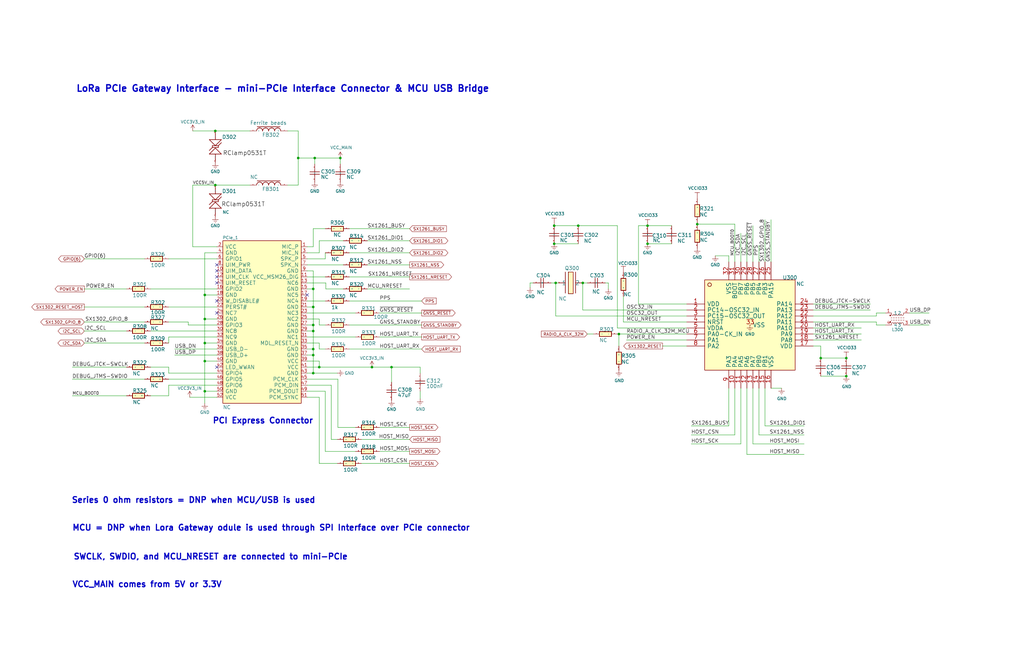
<source format=kicad_sch>
(kicad_sch (version 20230121) (generator eeschema)
  (paper "B")
  (title_block (title "LoRa PCIe Gateway Interface") (date "2021-04-13") (rev "1.1") (company "Nebra Ltd") (comment 1 "mini-PCIe Interface Connector & MCU USB Bridge"))
  (junction (at 86.36 165.1))
  (junction (at 273.05 95.25))
  (junction (at 356.87 151.13))
  (junction (at 132.08 157.48))
  (junction (at 243.84 95.25))
  (junction (at 132.08 121.92))
  (junction (at 132.715 66.675))
  (junction (at 233.68 102.87))
  (junction (at 86.36 124.46))
  (junction (at 294.005 94.615))
  (junction (at 90.805 55.245))
  (junction (at 132.08 137.16))
  (junction (at 245.745 119.38))
  (junction (at 125.73 66.675))
  (junction (at 260.985 140.97))
  (junction (at 132.08 139.7))
  (junction (at 86.36 134.62))
  (junction (at 132.08 129.54))
  (junction (at 132.08 147.32))
  (junction (at 165.1 154.94))
  (junction (at 86.36 144.78))
  (junction (at 234.315 119.38))
  (junction (at 356.87 158.75))
  (junction (at 156.845 154.94))
  (junction (at 90.805 78.105))
  (junction (at 233.68 95.25))
  (junction (at 346.075 151.13))
  (junction (at 143.51 66.675))
  (junction (at 86.36 152.4))
  (junction (at 134.62 154.94))
  (junction (at 273.05 102.87))
  (junction (at 132.08 149.86))
  (no_connect (at 91.44 119.38))
  (no_connect (at 91.44 116.84))
  (no_connect (at 91.44 111.76))
  (no_connect (at 91.44 132.08))
  (no_connect (at 91.44 127))
  (no_connect (at 129.54 124.46))
  (no_connect (at 91.44 114.3))
  (no_connect (at 91.44 154.94))
  (wire (pts (xy 129.54 106.68) (xy 134.62 106.68)))
  (wire (pts (xy 142.24 157.48) (xy 132.08 157.48)))
  (wire (pts (xy 255.27 119.38) (xy 256.54 119.38)))
  (wire (pts (xy 233.68 94.615) (xy 233.68 95.25)))
  (wire (pts (xy 149.86 190.5) (xy 137.16 190.5)))
  (wire (pts (xy 86.36 165.1) (xy 86.36 152.4)))
  (wire (pts (xy 134.62 154.94) (xy 156.845 154.94)))
  (wire (pts (xy 71.12 142.24) (xy 91.44 142.24)))
  (wire (pts (xy 81.28 104.14) (xy 81.28 78.105)))
  (wire (pts (xy 125.73 55.245) (xy 125.73 66.675)))
  (wire (pts (xy 71.12 162.56) (xy 71.12 167.005)))
  (wire (pts (xy 160.02 132.08) (xy 177.8 132.08)))
  (wire (pts (xy 105.41 55.245) (xy 90.805 55.245)))
  (wire (pts (xy 63.5 139.7) (xy 91.44 139.7)))
  (wire (pts (xy 342.9 138.43) (xy 363.22 138.43)))
  (wire (pts (xy 134.62 167.64) (xy 129.54 167.64)))
  (wire (pts (xy 223.52 119.38) (xy 223.52 121.285)))
  (wire (pts (xy 342.9 133.35) (xy 369.57 133.35)))
  (wire (pts (xy 137.414 119.38) (xy 137.414 121.92)))
  (wire (pts (xy 152.4 185.42) (xy 172.72 185.42)))
  (wire (pts (xy 129.54 134.62) (xy 134.62 134.62)))
  (wire (pts (xy 129.54 104.14) (xy 132.08 104.14)))
  (wire (pts (xy 86.36 144.78) (xy 86.36 134.62)))
  (wire (pts (xy 172.72 121.92) (xy 154.94 121.92)))
  (wire (pts (xy 165.1 154.94) (xy 177.165 154.94)))
  (wire (pts (xy 262.89 125.095) (xy 262.89 135.89)))
  (wire (pts (xy 273.05 95.25) (xy 283.21 95.25)))
  (wire (pts (xy 132.08 104.14) (xy 132.08 96.52)))
  (wire (pts (xy 129.54 119.38) (xy 137.414 119.38)))
  (wire (pts (xy 91.44 134.62) (xy 86.36 134.62)))
  (wire (pts (xy 260.985 140.97) (xy 260.985 146.05)))
  (wire (pts (xy 132.08 147.32) (xy 132.08 139.7)))
  (wire (pts (xy 91.44 162.56) (xy 71.12 162.56)))
  (wire (pts (xy 132.08 157.48) (xy 129.54 157.48)))
  (wire (pts (xy 134.62 152.4) (xy 129.54 152.4)))
  (wire (pts (xy 134.62 144.78) (xy 129.54 144.78)))
  (wire (pts (xy 60.96 135.89) (xy 35.56 135.89)))
  (wire (pts (xy 132.08 114.3) (xy 129.54 114.3)))
  (wire (pts (xy 322.58 92.71) (xy 322.58 110.49)))
  (wire (pts (xy 30.48 160.02) (xy 60.96 160.02)))
  (wire (pts (xy 137.16 106.68) (xy 137.16 109.22)))
  (wire (pts (xy 342.9 143.51) (xy 363.22 143.51)))
  (wire (pts (xy 71.12 129.54) (xy 91.44 129.54)))
  (wire (pts (xy 71.12 142.24) (xy 71.12 144.78)))
  (wire (pts (xy 342.9 135.89) (xy 369.57 135.89)))
  (wire (pts (xy 137.16 116.84) (xy 129.54 116.84)))
  (wire (pts (xy 125.73 66.675) (xy 132.715 66.675)))
  (wire (pts (xy 132.08 139.7) (xy 129.54 139.7)))
  (wire (pts (xy 383.54 137.16) (xy 391.795 137.16)))
  (wire (pts (xy 314.96 191.77) (xy 339.09 191.77)))
  (wire (pts (xy 279.4 146.05) (xy 289.56 146.05)))
  (wire (pts (xy 301.625 107.95) (xy 307.34 107.95)))
  (wire (pts (xy 245.745 119.38) (xy 247.65 119.38)))
  (wire (pts (xy 121.285 78.105) (xy 125.73 78.105)))
  (wire (pts (xy 317.5 110.49) (xy 317.5 95.25)))
  (wire (pts (xy 86.36 106.68) (xy 91.44 106.68)))
  (wire (pts (xy 139.7 185.42) (xy 142.24 185.42)))
  (wire (pts (xy 322.58 163.83) (xy 322.58 179.705)))
  (wire (pts (xy 81.28 104.14) (xy 91.44 104.14)))
  (wire (pts (xy 342.9 146.05) (xy 346.075 146.05)))
  (wire (pts (xy 81.28 78.105) (xy 90.805 78.105)))
  (wire (pts (xy 134.62 101.6) (xy 144.78 101.6)))
  (wire (pts (xy 172.72 190.5) (xy 160.02 190.5)))
  (wire (pts (xy 346.075 158.75) (xy 356.87 158.75)))
  (wire (pts (xy 172.72 96.52) (xy 147.32 96.52)))
  (wire (pts (xy 80.01 167.64) (xy 91.44 167.64)))
  (wire (pts (xy 325.12 163.83) (xy 329.565 163.83)))
  (wire (pts (xy 132.08 121.92) (xy 132.08 114.3)))
  (wire (pts (xy 134.62 137.16) (xy 137.16 137.16)))
  (wire (pts (xy 320.04 110.49) (xy 320.04 103.505)))
  (wire (pts (xy 91.44 152.4) (xy 86.36 152.4)))
  (wire (pts (xy 320.04 183.515) (xy 339.09 183.515)))
  (wire (pts (xy 269.24 128.27) (xy 289.56 128.27)))
  (wire (pts (xy 317.5 163.83) (xy 317.5 187.325)))
  (wire (pts (xy 160.02 142.24) (xy 177.8 142.24)))
  (wire (pts (xy 91.44 109.22) (xy 71.12 109.22)))
  (wire (pts (xy 346.075 151.13) (xy 356.87 151.13)))
  (wire (pts (xy 91.44 157.48) (xy 71.12 157.48)))
  (wire (pts (xy 30.48 154.94) (xy 53.34 154.94)))
  (wire (pts (xy 264.16 143.51) (xy 289.56 143.51)))
  (wire (pts (xy 373.38 137.16) (xy 369.57 137.16)))
  (wire (pts (xy 132.08 137.16) (xy 132.08 129.54)))
  (wire (pts (xy 314.96 110.49) (xy 314.96 98.425)))
  (wire (pts (xy 142.494 160.02) (xy 142.494 180.34)))
  (wire (pts (xy 137.16 190.5) (xy 137.16 165.1)))
  (wire (pts (xy 134.62 106.68) (xy 134.62 101.6)))
  (wire (pts (xy 142.24 195.58) (xy 134.62 195.58)))
  (wire (pts (xy 137.414 121.92) (xy 144.78 121.92)))
  (wire (pts (xy 234.315 133.35) (xy 234.315 119.38)))
  (wire (pts (xy 260.35 138.43) (xy 260.35 95.25)))
  (wire (pts (xy 260.985 140.97) (xy 289.56 140.97)))
  (wire (pts (xy 243.84 95.25) (xy 233.68 95.25)))
  (wire (pts (xy 322.58 179.705) (xy 339.09 179.705)))
  (wire (pts (xy 86.36 144.78) (xy 91.44 144.78)))
  (wire (pts (xy 139.7 162.56) (xy 139.7 185.42)))
  (wire (pts (xy 137.16 147.32) (xy 134.62 147.32)))
  (wire (pts (xy 90.805 78.105) (xy 105.41 78.105)))
  (wire (pts (xy 309.88 163.83) (xy 309.88 183.515)))
  (wire (pts (xy 137.16 109.22) (xy 129.54 109.22)))
  (wire (pts (xy 134.62 154.94) (xy 134.62 152.4)))
  (wire (pts (xy 232.41 119.38) (xy 234.315 119.38)))
  (wire (pts (xy 245.745 130.81) (xy 289.56 130.81)))
  (wire (pts (xy 121.285 55.245) (xy 125.73 55.245)))
  (wire (pts (xy 307.34 107.95) (xy 307.34 110.49)))
  (wire (pts (xy 71.12 157.48) (xy 71.12 154.94)))
  (wire (pts (xy 172.72 195.58) (xy 152.4 195.58)))
  (wire (pts (xy 383.54 132.08) (xy 391.795 132.08)))
  (wire (pts (xy 71.12 160.02) (xy 91.44 160.02)))
  (wire (pts (xy 132.08 137.16) (xy 129.54 137.16)))
  (wire (pts (xy 342.9 130.81) (xy 367.03 130.81)))
  (wire (pts (xy 294.005 93.98) (xy 294.005 94.615)))
  (wire (pts (xy 342.9 140.97) (xy 363.22 140.97)))
  (wire (pts (xy 86.36 134.62) (xy 86.36 124.46)))
  (wire (pts (xy 369.57 132.08) (xy 373.38 132.08)))
  (wire (pts (xy 132.08 149.86) (xy 132.08 147.32)))
  (wire (pts (xy 177.165 154.94) (xy 177.165 157.48)))
  (wire (pts (xy 53.34 167.005) (xy 30.48 167.005)))
  (wire (pts (xy 172.72 180.34) (xy 160.02 180.34)))
  (wire (pts (xy 132.08 129.54) (xy 132.08 121.92)))
  (wire (pts (xy 243.84 102.87) (xy 233.68 102.87)))
  (wire (pts (xy 291.465 179.705) (xy 307.34 179.705)))
  (wire (pts (xy 132.08 147.32) (xy 129.54 147.32)))
  (wire (pts (xy 71.12 135.89) (xy 79.375 135.89)))
  (wire (pts (xy 309.88 183.515) (xy 291.465 183.515)))
  (wire (pts (xy 224.79 119.38) (xy 223.52 119.38)))
  (wire (pts (xy 256.54 119.38) (xy 256.54 121.92)))
  (wire (pts (xy 79.375 135.89) (xy 79.375 137.16)))
  (wire (pts (xy 317.5 187.325) (xy 339.09 187.325)))
  (wire (pts (xy 147.32 137.16) (xy 177.8 137.16)))
  (wire (pts (xy 142.494 180.34) (xy 149.86 180.34)))
  (wire (pts (xy 81.28 55.245) (xy 90.805 55.245)))
  (wire (pts (xy 129.54 160.02) (xy 142.494 160.02)))
  (wire (pts (xy 260.35 140.97) (xy 260.985 140.97)))
  (wire (pts (xy 312.42 163.83) (xy 312.42 187.325)))
  (wire (pts (xy 125.73 66.675) (xy 125.73 78.105)))
  (wire (pts (xy 86.36 124.46) (xy 86.36 106.68)))
  (wire (pts (xy 86.36 165.1) (xy 91.44 165.1)))
  (wire (pts (xy 79.375 137.16) (xy 91.44 137.16)))
  (wire (pts (xy 177.165 165.1) (xy 177.165 168.275)))
  (wire (pts (xy 132.08 96.52) (xy 137.16 96.52)))
  (wire (pts (xy 132.715 66.675) (xy 143.51 66.675)))
  (wire (pts (xy 134.62 134.62) (xy 134.62 137.16)))
  (wire (pts (xy 156.845 154.94) (xy 165.1 154.94)))
  (wire (pts (xy 147.32 147.32) (xy 177.8 147.32)))
  (wire (pts (xy 369.57 137.16) (xy 369.57 135.89)))
  (wire (pts (xy 309.88 94.615) (xy 309.88 110.49)))
  (wire (pts (xy 260.35 138.43) (xy 289.56 138.43)))
  (wire (pts (xy 147.32 127) (xy 177.8 127)))
  (wire (pts (xy 132.715 69.215) (xy 132.715 66.675)))
  (wire (pts (xy 172.72 111.76) (xy 154.94 111.76)))
  (wire (pts (xy 325.12 110.49) (xy 325.12 92.71)))
  (wire (pts (xy 132.08 139.7) (xy 132.08 137.16)))
  (wire (pts (xy 262.89 135.89) (xy 289.56 135.89)))
  (wire (pts (xy 71.12 154.94) (xy 63.5 154.94)))
  (wire (pts (xy 269.24 95.25) (xy 269.24 128.27)))
  (wire (pts (xy 245.745 130.81) (xy 245.745 119.38)))
  (wire (pts (xy 53.34 139.7) (xy 35.56 139.7)))
  (wire (pts (xy 132.08 149.86) (xy 129.54 149.86)))
  (wire (pts (xy 149.86 142.24) (xy 129.54 142.24)))
  (wire (pts (xy 147.32 106.68) (xy 172.72 106.68)))
  (wire (pts (xy 165.1 161.29) (xy 165.1 154.94)))
  (wire (pts (xy 234.315 133.35) (xy 289.56 133.35)))
  (wire (pts (xy 312.42 187.325) (xy 291.465 187.325)))
  (wire (pts (xy 134.62 154.94) (xy 129.54 154.94)))
  (wire (pts (xy 273.05 95.25) (xy 269.24 95.25)))
  (wire (pts (xy 144.78 111.76) (xy 129.54 111.76)))
  (wire (pts (xy 369.57 133.35) (xy 369.57 132.08)))
  (wire (pts (xy 91.44 121.92) (xy 63.5 121.92)))
  (wire (pts (xy 60.96 129.54) (xy 35.56 129.54)))
  (wire (pts (xy 71.12 167.005) (xy 63.5 167.005)))
  (wire (pts (xy 342.9 128.27) (xy 367.03 128.27)))
  (wire (pts (xy 60.96 144.78) (xy 35.56 144.78)))
  (wire (pts (xy 91.44 147.32) (xy 73.66 147.32)))
  (wire (pts (xy 137.16 127) (xy 129.54 127)))
  (wire (pts (xy 143.51 69.215) (xy 143.51 66.675)))
  (wire (pts (xy 307.34 163.83) (xy 307.34 179.705)))
  (wire (pts (xy 247.65 140.97) (xy 250.19 140.97)))
  (wire (pts (xy 132.08 129.54) (xy 129.54 129.54)))
  (wire (pts (xy 137.16 165.1) (xy 129.54 165.1)))
  (wire (pts (xy 129.54 162.56) (xy 139.7 162.56)))
  (wire (pts (xy 134.62 195.58) (xy 134.62 167.64)))
  (wire (pts (xy 73.66 149.86) (xy 91.44 149.86)))
  (wire (pts (xy 294.005 94.615) (xy 309.88 94.615)))
  (wire (pts (xy 149.86 132.08) (xy 129.54 132.08)))
  (wire (pts (xy 260.35 95.25) (xy 243.84 95.25)))
  (wire (pts (xy 132.08 121.92) (xy 129.54 121.92)))
  (wire (pts (xy 320.04 163.83) (xy 320.04 183.515)))
  (wire (pts (xy 147.32 116.84) (xy 172.72 116.84)))
  (wire (pts (xy 134.62 147.32) (xy 134.62 144.78)))
  (wire (pts (xy 234.315 119.38) (xy 235.585 119.38)))
  (wire (pts (xy 132.08 157.48) (xy 132.08 149.86)))
  (wire (pts (xy 346.075 146.05) (xy 346.075 151.13)))
  (wire (pts (xy 60.96 109.22) (xy 35.56 109.22)))
  (wire (pts (xy 35.56 121.92) (xy 53.34 121.92)))
  (wire (pts (xy 86.36 152.4) (xy 86.36 144.78)))
  (wire (pts (xy 172.72 101.6) (xy 154.94 101.6)))
  (wire (pts (xy 273.05 102.87) (xy 283.21 102.87)))
  (wire (pts (xy 312.42 110.49) (xy 312.42 98.425)))
  (wire (pts (xy 86.36 124.46) (xy 91.44 124.46)))
  (wire (pts (xy 314.96 163.83) (xy 314.96 191.77)))
  (wire (pts (xy 86.36 170.18) (xy 86.36 165.1)))
  (text "PCI Express Connector" (at 89.535 179.07 0) (effects (font (size 2.4384 2.4384) (thickness 0.4877) bold) (justify left bottom)))
  (text "VCC_MAIN comes from 5V or 3.3V" (at 30.353 248.158 0) (effects (font (size 2.4384 2.4384) (thickness 0.4877) bold) (justify left bottom)))
  (text "SWCLK, SWDIO, and MCU_NRESET are connected to mini-PCIe" (at 30.861 236.474 0) (effects (font (size 2.4384 2.4384) (thickness 0.4877) bold) (justify left bottom)))
  (text "MCU = DNP when Lora Gateway odule is used through SPI Interface over PCIe connector" (at 30.353 224.282 0) (effects (font (size 2.4384 2.4384) (thickness 0.4877) bold) (justify left bottom)))
  (text "Series 0 ohm resistors = DNP when MCU/USB is used" (at 30.099 212.598 0) (effects (font (size 2.4384 2.4384) (thickness 0.4877) bold) (justify left bottom)))
  (text "LoRa PCIe Gateway Interface - mini-PCIe Interface Connector & MCU USB Bridge" (at 32.004 39.116 0) (effects (font (size 2.7432 2.7432) (thickness 0.5486) bold) (justify left bottom)))
  (label "PPS" (at 320.04 107.95 90) (effects (font (size 1.524 1.524))))
  (label "POWER_EN" (at 36.195 121.92 0) (effects (font (size 1.524 1.524))))
  (label "USB_DN" (at 73.66 147.32 0) (effects (font (size 1.524 1.524))))
  (label "SX1302_GPIO_8" (at 53.975 135.89 180) (effects (font (size 1.524 1.524))))
  (label "MCU_BOOT0" (at 30.48 167.005 0))
  (label "POWER_EN" (at 264.16 143.51 0) (effects (font (size 1.524 1.524))))
  (label "SX1261_DIO2" (at 154.94 106.68 0) (effects (font (size 1.524 1.524))))
  (label "HOST_UART_TX" (at 160.02 142.24 0) (effects (font (size 1.524 1.524))))
  (label "HOST_SCK" (at 291.465 187.325 0) (effects (font (size 1.524 1.524))))
  (label "HOST_UART_RX" (at 160.02 147.32 0) (effects (font (size 1.524 1.524))))
  (label "GPIO(6)" (at 35.56 109.22 0) (effects (font (size 1.524 1.524))))
  (label "OSC32_OUT" (at 264.16 133.35 0) (effects (font (size 1.524 1.524))))
  (label "SX1261_BUSY" (at 154.94 96.52 0) (effects (font (size 1.524 1.524))))
  (label "PPS" (at 160.02 127 0) (effects (font (size 1.524 1.524))))
  (label "SX1302_GPIO_8" (at 322.58 110.49 90) (effects (font (size 1.524 1.524))))
  (label "SX1261_DIO1" (at 154.94 101.6 0) (effects (font (size 1.524 1.524))))
  (label "HOST_CSN" (at 160.02 195.58 0) (effects (font (size 1.524 1.524))))
  (label "HOST_CSN" (at 291.465 183.515 0) (effects (font (size 1.524 1.524))))
  (label "MCU_NRESET" (at 154.94 121.92 0) (effects (font (size 1.524 1.524))))
  (label "I2C_SDA" (at 35.56 144.78 0) (effects (font (size 1.524 1.524))))
  (label "RClamp0531T" (at 93.98 66.04 0) (effects (font (size 1.778 1.778))))
  (label "DEBUG_JTCK-SWCLK" (at 343.535 128.27 0) (effects (font (size 1.524 1.524))))
  (label "DEBUG_JTCK-SWCLK" (at 30.48 154.94 0) (effects (font (size 1.524 1.524))))
  (label "I2C_SDA" (at 312.42 107.95 90) (effects (font (size 1.524 1.524))))
  (label "SX1261_NRESET" (at 343.535 143.51 0) (effects (font (size 1.524 1.524))))
  (label "MCU_NRESET" (at 264.16 135.89 0) (effects (font (size 1.524 1.524))))
  (label "~{GNSS_RESET}" (at 160.02 132.08 0) (effects (font (size 1.524 1.524))))
  (label "SX1261_NSS" (at 324.485 183.515 0) (effects (font (size 1.524 1.524))))
  (label "DEBUG_JTMS-SWDIO" (at 343.535 130.81 0) (effects (font (size 1.524 1.524))))
  (label "VCC5V_IN" (at 81.28 78.105 0))
  (label "USB_DP" (at 383.54 132.08 0) (effects (font (size 1.524 1.524))))
  (label "HOST_SCK" (at 160.02 180.34 0) (effects (font (size 1.524 1.524))))
  (label "GNSS_STANDBY" (at 160.02 137.16 0) (effects (font (size 1.524 1.524))))
  (label "HOST_UART_RX" (at 343.535 138.43 0) (effects (font (size 1.524 1.524))))
  (label "HOST_MISO" (at 324.485 191.77 0) (effects (font (size 1.524 1.524))))
  (label "DEBUG_JTMS-SWDIO" (at 30.48 160.02 0) (effects (font (size 1.524 1.524))))
  (label "USB_DP" (at 73.66 149.86 0) (effects (font (size 1.524 1.524))))
  (label "SX1261_NRESET" (at 155.194 116.84 0) (effects (font (size 1.524 1.524))))
  (label "RClamp0531T" (at 93.345 87.63 0) (effects (font (size 1.778 1.778))))
  (label "HOST_UART_TX" (at 343.535 140.97 0) (effects (font (size 1.524 1.524))))
  (label "HOST_MISO" (at 159.766 185.42 0) (effects (font (size 1.524 1.524))))
  (label "USB_DN" (at 383.54 137.16 0) (effects (font (size 1.524 1.524))))
  (label "I2C_SCL" (at 314.96 107.95 90) (effects (font (size 1.524 1.524))))
  (label "MCU_BOOT0" (at 309.88 107.95 90))
  (label "OSC32_IN" (at 264.16 130.81 0) (effects (font (size 1.524 1.524))))
  (label "HOST_MOSI" (at 160.02 190.5 0) (effects (font (size 1.524 1.524))))
  (label "SX1261_DIO1" (at 324.485 179.705 0) (effects (font (size 1.524 1.524))))
  (label "HOST_MOSI" (at 324.485 187.325 0) (effects (font (size 1.524 1.524))))
  (label "~{GNSS_RESET}" (at 317.5 107.95 90) (effects (font (size 1.524 1.524))))
  (label "RADIO_A_CLK_32M_MCU" (at 264.16 140.97 0) (effects (font (size 1.524 1.524))))
  (label "I2C_SCL" (at 35.56 139.7 0) (effects (font (size 1.524 1.524))))
  (label "SX1261_BUSY" (at 291.465 179.705 0) (effects (font (size 1.524 1.524))))
  (label "GNSS_STANDBY" (at 325.12 110.49 90) (effects (font (size 1.524 1.524))))
  (label "SX1261_NSS" (at 154.94 111.76 0) (effects (font (size 1.524 1.524))))
  (global_label "SX1302_RESET" (shape output) (at 279.4 146.05 180) (property "Intersheetrefs" "${INTERSHEET_REFS}" (effects hide)))
  (global_label "HOST_UART_TX" (shape output) (at 177.8 142.24 0) (property "Intersheetrefs" "${INTERSHEET_REFS}" (effects hide)))
  (global_label "SX1302_RESET_HOST" (shape output) (at 35.56 129.54 180) (property "Intersheetrefs" "${INTERSHEET_REFS}" (effects hide)))
  (global_label "I2C_SCL" (shape bidirectional) (at 35.56 139.7 180) (property "Intersheetrefs" "${INTERSHEET_REFS}" (effects hide)))
  (global_label "HOST_SCK" (shape output) (at 172.72 180.34 0) (property "Intersheetrefs" "${INTERSHEET_REFS}" (effects hide)))
  (global_label "GNSS_STANDBY" (shape output) (at 177.8 137.16 0) (property "Intersheetrefs" "${INTERSHEET_REFS}" (effects hide)))
  (global_label "HOST_CSN" (shape output) (at 172.72 195.58 0) (property "Intersheetrefs" "${INTERSHEET_REFS}" (effects hide)))
  (global_label "SX1261_DIO1" (shape bidirectional) (at 172.72 101.6 0) (property "Intersheetrefs" "${INTERSHEET_REFS}" (effects hide)))
  (global_label "~{GNSS_RESET}" (shape output) (at 177.8 132.08 0) (property "Intersheetrefs" "${INTERSHEET_REFS}" (effects hide)))
  (global_label "SX1302_GPIO_8" (shape bidirectional) (at 35.56 135.89 180) (property "Intersheetrefs" "${INTERSHEET_REFS}" (effects hide)))
  (global_label "I2C_SDA" (shape bidirectional) (at 35.56 144.78 180) (property "Intersheetrefs" "${INTERSHEET_REFS}" (effects hide)))
  (global_label "POWER_EN" (shape output) (at 35.56 121.92 180) (property "Intersheetrefs" "${INTERSHEET_REFS}" (effects hide)))
  (global_label "PPS" (shape input) (at 177.8 127 0) (property "Intersheetrefs" "${INTERSHEET_REFS}" (effects hide)))
  (global_label "GPIO(6)" (shape bidirectional) (at 35.56 109.22 180) (property "Intersheetrefs" "${INTERSHEET_REFS}" (effects hide)))
  (global_label "SX1261_NRESET" (shape output) (at 172.72 116.84 0) (property "Intersheetrefs" "${INTERSHEET_REFS}" (effects hide)))
  (global_label "SX1261_BUSY" (shape input) (at 172.72 96.52 0) (property "Intersheetrefs" "${INTERSHEET_REFS}" (effects hide)))
  (global_label "SX1261_DIO2" (shape bidirectional) (at 172.72 106.68 0) (property "Intersheetrefs" "${INTERSHEET_REFS}" (effects hide)))
  (global_label "RADIO_A_CLK_32M" (shape input) (at 247.65 140.97 180) (property "Intersheetrefs" "${INTERSHEET_REFS}" (effects hide)))
  (global_label "HOST_MOSI" (shape output) (at 172.72 190.5 0) (property "Intersheetrefs" "${INTERSHEET_REFS}" (effects hide)))
  (global_label "HOST_UART_RX" (shape input) (at 177.8 147.32 0) (property "Intersheetrefs" "${INTERSHEET_REFS}" (effects hide)))
  (global_label "SX1261_NSS" (shape output) (at 172.72 111.76 0) (property "Intersheetrefs" "${INTERSHEET_REFS}" (effects hide)))
  (global_label "HOST_MISO" (shape input) (at 172.72 185.42 0) (property "Intersheetrefs" "${INTERSHEET_REFS}" (effects hide)))
  (symbol (lib_id "LoRa_PCIe_GW-rescue:Resistor-") (at 250.19 140.97 0) (unit 1)
    (property "Reference" "R303" (at 252.73 139.8524 0) (effects (font (size 1.524 1.524)) (justify left bottom)))
    (property "Value" "NC" (at 252.73 144.4244 0) (effects (font (size 1.524 1.524)) (justify left bottom)))
    (property "Footprint" "LoRa_PCIe_GW:rlc_201_smd_small" (effects hide))
  )
  (symbol (lib_id "LoRa_PCIe_GW-rescue:Resistor-") (at 260.985 146.05 270) (unit 1)
    (property "Reference" "R305" (at 262.001 151.003 90) (effects (font (size 1.524 1.524)) (justify left bottom)))
    (property "Value" "NC" (at 262.001 153.543 90) (effects (font (size 1.524 1.524)) (justify left bottom)))
    (property "Footprint" "LoRa_PCIe_GW:rlc_201_smd_small" (effects hide))
  )
  (symbol (lib_id "LoRa_PCIe_GW-rescue:Cap-") (at 346.075 151.13 270) (unit 1)
    (property "Reference" "C306" (at 348.361 155.8544 90) (effects (font (size 1.524 1.524)) (justify left bottom)))
    (property "Value" "NC" (at 348.4372 158.369 90) (effects (font (size 1.524 1.524)) (justify left bottom)))
    (property "Footprint" "LoRa_PCIe_GW:rlc_201_smd_small" (effects hide))
  )
  (symbol (lib_id "LoRa_PCIe_GW-rescue:Cap-") (at 233.68 102.87 90) (unit 1)
    (property "Reference" "C301" (at 236.1946 100.0506 90) (effects (font (size 1.524 1.524)) (justify right top)))
    (property "Value" "NC" (at 236.0676 102.2604 90) (effects (font (size 1.524 1.524)) (justify right top)))
    (property "Footprint" "LoRa_PCIe_GW:rlc_402_smd_small" (effects hide))
  )
  (symbol (lib_id "LoRa_PCIe_GW-rescue:Cap-") (at 243.84 95.25 270) (unit 1)
    (property "Reference" "C302" (at 246.253 100.0252 90) (effects (font (size 1.524 1.524)) (justify left bottom)))
    (property "Value" "NC" (at 246.2022 102.489 90) (effects (font (size 1.524 1.524)) (justify left bottom)))
    (property "Footprint" "LoRa_PCIe_GW:rlc_201_smd_small" (effects hide))
  )
  (symbol (lib_id "LoRa_PCIe_GW-rescue:Resistor-") (at 160.02 132.08 180) (unit 1)
    (property "Reference" "R331" (at 152.4 131.064 0) (effects (font (size 1.524 1.524)) (justify right top)))
    (property "Value" "100R" (at 157.48 134.62 0) (effects (font (size 1.524 1.524)) (justify right top)))
    (property "Footprint" "LoRa_PCIe_GW:rlc_201_smd_small" (effects hide))
    (property "Description" "100 Ohms ±1% 0.05W, 1/20W Chip Resistor 0201 (0603 Metric)  Thick Film" (effects hide))
    (property "Manufacturer" "Vishay Dale" (effects hide))
    (property "Part Number" "CRCW0201100R" (effects hide))
    (property "Price[1k]" "0.037" (effects hide))
    (property "Supplier Link" "https://www.digikey.com/en/products/detail/vishay-dale/CRCW0201100RFKED/1967973" (effects hide))
  )
  (symbol (lib_id "LoRa_PCIe_GW-rescue:Resistor-") (at 154.94 121.92 180) (unit 1)
    (property "Reference" "R320" (at 147.32 120.904 0) (effects (font (size 1.524 1.524)) (justify right top)))
    (property "Value" "NC" (at 147.32 125.476 0) (effects (font (size 1.524 1.524)) (justify right top)))
    (property "Footprint" "LoRa_PCIe_GW:rlc_201_smd_small" (effects hide))
    (property "Description" "1k Ohm ±5% 0.05W, 1/20W Chip Resistor 0201 (0603 Metric) - Thick Film" (effects hide))
    (property "Manufacturer" "Vishay Dale" (effects hide))
    (property "Part Number" "CRCW02011K00JNED" (effects hide))
    (property "Price[1k]" "0.073" (effects hide))
    (property "Supplier Link" "https://www.digikey.com/en/products/detail/vishay-dale/CRCW02011K00JNED/1178450" (effects hide))
  )
  (symbol (lib_id "LoRa_PCIe_GW-rescue:Cap-") (at 247.65 119.38 0) (unit 1)
    (property "Reference" "C303" (at 248.666 117.094 0) (effects (font (size 1.524 1.524)) (justify left bottom)))
    (property "Value" "NC" (at 249.682 123.952 0) (effects (font (size 1.524 1.524)) (justify left bottom)))
    (property "Footprint" "LoRa_PCIe_GW:rlc_201_smd_small" (effects hide))
  )
  (symbol (lib_id "LoRa_PCIe_GW-rescue:Resistor-") (at 147.32 147.32 180) (unit 1)
    (property "Reference" "R334" (at 139.7 146.304 0) (effects (font (size 1.524 1.524)) (justify right top)))
    (property "Value" "100R" (at 139.7 150.876 0) (effects (font (size 1.524 1.524)) (justify right top)))
    (property "Footprint" "LoRa_PCIe_GW:rlc_201_smd_small" (effects hide))
    (property "Description" "100 Ohms ±1% 0.05W, 1/20W Chip Resistor 0201 (0603 Metric)  Thick Film" (effects hide))
    (property "Manufacturer" "Vishay Dale" (effects hide))
    (property "Part Number" "CRCW0201100R" (effects hide))
    (property "Price[1k]" "0.037" (effects hide))
    (property "Supplier Link" "https://www.digikey.com/en/products/detail/vishay-dale/CRCW0201100RFKED/1967973" (effects hide))
  )
  (symbol (lib_id "LoRa_PCIe_GW-rescue:Resistor-") (at 160.02 142.24 180) (unit 1)
    (property "Reference" "R333" (at 152.4 141.224 0) (effects (font (size 1.524 1.524)) (justify right top)))
    (property "Value" "100R" (at 152.4 145.796 0) (effects (font (size 1.524 1.524)) (justify right top)))
    (property "Footprint" "LoRa_PCIe_GW:rlc_201_smd_small" (effects hide))
    (property "Description" "100 Ohms ±1% 0.05W, 1/20W Chip Resistor 0201 (0603 Metric)  Thick Film" (effects hide))
    (property "Manufacturer" "Vishay Dale" (effects hide))
    (property "Part Number" "CRCW0201100R" (effects hide))
    (property "Price[1k]" "0.037" (effects hide))
    (property "Supplier Link" "https://www.digikey.com/en/products/detail/vishay-dale/CRCW0201100RFKED/1967973" (effects hide))
  )
  (symbol (lib_id "LoRa_PCIe_GW-rescue:Resistor-") (at 147.32 137.16 180) (unit 1)
    (property "Reference" "R332" (at 139.7 136.144 0) (effects (font (size 1.524 1.524)) (justify right top)))
    (property "Value" "100R" (at 139.7 140.716 0) (effects (font (size 1.524 1.524)) (justify right top)))
    (property "Footprint" "LoRa_PCIe_GW:rlc_201_smd_small" (effects hide))
    (property "Description" "100 Ohms ±1% 0.05W, 1/20W Chip Resistor 0201 (0603 Metric)  Thick Film" (effects hide))
    (property "Manufacturer" "Vishay Dale" (effects hide))
    (property "Part Number" "CRCW0201100R" (effects hide))
    (property "Price[1k]" "0.037" (effects hide))
    (property "Supplier Link" "https://www.digikey.com/en/products/detail/vishay-dale/CRCW0201100RFKED/1967973" (effects hide))
  )
  (symbol (lib_id "LoRa_PCIe_GW-rescue:Resistor-") (at 71.12 160.02 180) (unit 1)
    (property "Reference" "R323" (at 63.5 159.004 0) (effects (font (size 1.524 1.524)) (justify right top)))
    (property "Value" "NC" (at 63.5 163.576 0) (effects (font (size 1.524 1.524)) (justify right top)))
    (property "Footprint" "LoRa_PCIe_GW:rlc_201_smd_small" (effects hide))
    (property "Description" "1k Ohm ±5% 0.05W, 1/20W Chip Resistor 0201 (0603 Metric) - Thick Film" (effects hide))
    (property "Manufacturer" "Vishay Dale" (effects hide))
    (property "Part Number" "CRCW02011K00JNED" (effects hide))
    (property "Price[1k]" "0.073" (effects hide))
    (property "Supplier Link" "https://www.digikey.com/en/products/detail/vishay-dale/CRCW02011K00JNED/1178450" (effects hide))
  )
  (symbol (lib_id "LoRa_PCIe_GW-rescue:Resistor-") (at 63.5 154.94 180) (unit 1)
    (property "Reference" "R322" (at 55.88 153.924 0) (effects (font (size 1.524 1.524)) (justify right top)))
    (property "Value" "NC" (at 55.88 158.496 0) (effects (font (size 1.524 1.524)) (justify right top)))
    (property "Footprint" "LoRa_PCIe_GW:rlc_201_smd_small" (effects hide))
    (property "Description" "1k Ohm ±5% 0.05W, 1/20W Chip Resistor 0201 (0603 Metric) - Thick Film" (effects hide))
    (property "Manufacturer" "Vishay Dale" (effects hide))
    (property "Part Number" "CRCW02011K00JNED" (effects hide))
    (property "Price[1k]" "0.073" (effects hide))
    (property "Supplier Link" "https://www.digikey.com/en/products/detail/vishay-dale/CRCW02011K00JNED/1178450" (effects hide))
  )
  (symbol (lib_id "LoRa_PCIe_GW-rescue:Cap-") (at 143.51 69.215 270) (unit 1)
    (property "Reference" "C309" (at 146.05 73.279 90) (effects (font (size 1.524 1.524)) (justify left bottom)))
    (property "Value" "NC" (at 146.05 75.565 90) (effects (font (size 1.524 1.524)) (justify left bottom)))
    (property "Footprint" "LoRa_PCIe_GW:ccer_201_smd_small" (effects hide))
    (property "Description" "0.1µF ±10% 16V Ceramic Capacitor X7S 0201 (0603 Metric)" (effects hide))
    (property "Manufacturer" "Murata" (effects hide))
    (property "Part Number" "GRM033C71C104KE14D" (effects hide))
    (property "Price[1k]" "0.01" (effects hide))
    (property "Supplier Link" "https://www.digikey.com/en/products/detail/murata-electronics/GRM033C71C104KE14D/5027472" (effects hide))
  )
  (symbol (lib_id "LoRa_PCIe_GW-rescue:Resistor-") (at 294.005 93.98 90) (unit 1)
    (property "Reference" "R321" (at 295.021 88.9 90) (effects (font (size 1.524 1.524)) (justify right top)))
    (property "Value" "NC" (at 295.021 91.44 90) (effects (font (size 1.524 1.524)) (justify right top)))
    (property "Footprint" "LoRa_PCIe_GW:rlc_201_smd_small" (effects hide))
  )
  (symbol (lib_id "LoRa_PCIe_GW-rescue:RClamp0531T-") (at 90.805 68.58 0) (unit 1)
    (property "Reference" "D302" (at 93.599 58.674 0) (effects (font (size 1.524 1.524)) (justify left bottom)))
    (property "Value" "20V" (effects hide))
    (property "Footprint" "LoRa_PCIe_GW:SLP1006P2T" (effects hide))
    (property "Description" "20V Clamp 4A (8/20µs) Ipp Tvs Diode Surface Mount SLP1006P2T" (effects hide))
    (property "Manufacturer" "Semtech" (effects hide))
    (property "Part Number" "RCLAMP0531T.TCT" (effects hide))
    (property "Price[1k]" "0.39" (effects hide))
    (property "Supplier Link" "https://www.digikey.com/en/products/detail/semtech-corporation/RCLAMP0531T-TCT/2236834" (effects hide))
  )
  (symbol (lib_id "LoRa_PCIe_GW-rescue:Ferrite_beads-") (at 105.41 55.245 0) (unit 1)
    (property "Reference" "FB302" (at 110.49 57.785 0) (effects (font (size 1.524 1.524)) (justify left bottom)))
    (property "Value" "Ferrite beads" (at 105.41 52.705 0) (effects (font (size 1.524 1.524)) (justify left bottom)))
    (property "Footprint" "LoRa_PCIe_GW:rlc_402_smd_small" (effects hide))
    (property "Description" "10 Ohms @ 100MHz 1 Power Line Ferrite Bead 0402 (1005 Metric) 1A 25mOhm" (effects hide))
    (property "Manufacturer" "Murata" (effects hide))
    (property "Part Number" "BLM15PG100SN1D" (effects hide))
    (property "Price[1k]" "0.027" (effects hide))
    (property "Supplier Link" "https://www.digikey.com/en/products/detail/murata-electronics/BLM15PG100SN1D/2587980" (effects hide))
  )
  (symbol (lib_id "LoRa_PCIe_GW-rescue:Resistor-") (at 147.32 127 180) (unit 1)
    (property "Reference" "R330" (at 139.7 125.984 0) (effects (font (size 1.524 1.524)) (justify right top)))
    (property "Value" "1k" (at 139.7 130.556 0) (effects (font (size 1.524 1.524)) (justify right top)))
    (property "Footprint" "LoRa_PCIe_GW:rlc_201_smd_small" (effects hide))
    (property "Description" "1k Ohm ±5% 0.05W, 1/20W Chip Resistor 0201 (0603 Metric) - Thick Film" (effects hide))
    (property "Manufacturer" "Vishay Dale" (effects hide))
    (property "Part Number" "CRCW02011K00JNED" (effects hide))
    (property "Price[1k]" "0.073" (effects hide))
    (property "Supplier Link" "https://www.digikey.com/en/products/detail/vishay-dale/CRCW02011K00JNED/1178450" (effects hide))
  )
  (symbol (lib_id "LoRa_PCIe_GW-rescue:Cap-") (at 224.79 119.38 0) (unit 1)
    (property "Reference" "C304" (at 226.06 117.094 0) (effects (font (size 1.524 1.524)) (justify left bottom)))
    (property "Value" "NC" (at 226.314 124.206 0) (effects (font (size 1.524 1.524)) (justify left bottom)))
    (property "Footprint" "LoRa_PCIe_GW:rlc_201_smd_small" (effects hide))
  )
  (symbol (lib_id "LoRa_PCIe_GW-rescue:Resistor-") (at 152.4 195.58 180) (unit 1)
    (property "Reference" "R319" (at 144.78 194.564 0) (effects (font (size 1.524 1.524)) (justify right top)))
    (property "Value" "100R" (at 144.78 199.136 0) (effects (font (size 1.524 1.524)) (justify right top)))
    (property "Footprint" "LoRa_PCIe_GW:rlc_201_smd_small" (effects hide))
    (property "Description" "100 Ohms ±1% 0.05W, 1/20W Chip Resistor 0201 (0603 Metric)  Thick Film" (effects hide))
    (property "Manufacturer" "Vishay Dale" (effects hide))
    (property "Part Number" "CRCW0201100R" (effects hide))
    (property "Price[1k]" "0.037" (effects hide))
    (property "Supplier Link" "https://www.digikey.com/en/products/detail/vishay-dale/CRCW0201100RFKED/1967973" (effects hide))
  )
  (symbol (lib_id "LoRa_PCIe_GW-rescue:Resistor-") (at 160.02 190.5 180) (unit 1)
    (property "Reference" "R318" (at 152.4 189.484 0) (effects (font (size 1.524 1.524)) (justify right top)))
    (property "Value" "100R" (at 152.4 194.056 0) (effects (font (size 1.524 1.524)) (justify right top)))
    (property "Footprint" "LoRa_PCIe_GW:rlc_201_smd_small" (effects hide))
    (property "Description" "100 Ohms ±1% 0.05W, 1/20W Chip Resistor 0201 (0603 Metric)  Thick Film" (effects hide))
    (property "Manufacturer" "Vishay Dale" (effects hide))
    (property "Part Number" "CRCW0201100R" (effects hide))
    (property "Price[1k]" "0.037" (effects hide))
    (property "Supplier Link" "https://www.digikey.com/en/products/detail/vishay-dale/CRCW0201100RFKED/1967973" (effects hide))
  )
  (symbol (lib_id "LoRa_PCIe_GW-rescue:Resistor-") (at 160.02 180.34 180) (unit 1)
    (property "Reference" "R316" (at 152.4 179.324 0) (effects (font (size 1.524 1.524)) (justify right top)))
    (property "Value" "100R" (at 152.4 183.896 0) (effects (font (size 1.524 1.524)) (justify right top)))
    (property "Footprint" "LoRa_PCIe_GW:rlc_201_smd_small" (effects hide))
    (property "Description" "100 Ohms ±1% 0.05W, 1/20W Chip Resistor 0201 (0603 Metric)  Thick Film" (effects hide))
    (property "Manufacturer" "Vishay Dale" (effects hide))
    (property "Part Number" "CRCW0201100R" (effects hide))
    (property "Price[1k]" "0.037" (effects hide))
    (property "Supplier Link" "https://www.digikey.com/en/products/detail/vishay-dale/CRCW0201100RFKED/1967973" (effects hide))
  )
  (symbol (lib_id "LoRa_PCIe_GW-rescue:Resistor-") (at 152.4 185.42 180) (unit 1)
    (property "Reference" "R317" (at 144.78 184.404 0) (effects (font (size 1.524 1.524)) (justify right top)))
    (property "Value" "100R" (at 144.78 188.976 0) (effects (font (size 1.524 1.524)) (justify right top)))
    (property "Footprint" "LoRa_PCIe_GW:rlc_201_smd_small" (effects hide))
    (property "Description" "100 Ohms ±1% 0.05W, 1/20W Chip Resistor 0201 (0603 Metric)  Thick Film" (effects hide))
    (property "Manufacturer" "Vishay Dale" (effects hide))
    (property "Part Number" "CRCW0201100R" (effects hide))
    (property "Price[1k]" "0.037" (effects hide))
    (property "Supplier Link" "https://www.digikey.com/en/products/detail/vishay-dale/CRCW0201100RFKED/1967973" (effects hide))
  )
  (symbol (lib_id "LoRa_PCIe_GW-rescue:Resistor-") (at 71.12 129.54 180) (unit 1)
    (property "Reference" "R302" (at 63.5 128.524 0) (effects (font (size 1.524 1.524)) (justify right top)))
    (property "Value" "100R" (at 63.5 132.715 0) (effects (font (size 1.524 1.524)) (justify right top)))
    (property "Footprint" "LoRa_PCIe_GW:rlc_201_smd_small" (effects hide))
    (property "Description" "100 Ohms ±1% 0.05W, 1/20W Chip Resistor 0201 (0603 Metric)  Thick Film" (effects hide))
    (property "Manufacturer" "Vishay Dale" (effects hide))
    (property "Part Number" "CRCW0201100R" (effects hide))
    (property "Price[1k]" "0.037" (effects hide))
    (property "Supplier Link" "https://www.digikey.com/en/products/detail/vishay-dale/CRCW0201100RFKED/1967973" (effects hide))
  )
  (symbol (lib_id "LoRa_PCIe_GW-rescue:Resistor-") (at 137.16 96.52 0) (unit 1)
    (property "Reference" "R306" (at 142.24 93.98 0) (effects (font (size 1.524 1.524))))
    (property "Value" "NC" (at 142.24 99.06 0) (effects (font (size 1.524 1.524))))
    (property "Footprint" "LoRa_PCIe_GW:rlc_201_smd_small" (effects hide))
    (property "Description" "1k Ohm ±5% 0.05W, 1/20W Chip Resistor 0201 (0603 Metric) - Thick Film" (effects hide))
    (property "Manufacturer" "Vishay Dale" (effects hide))
    (property "Part Number" "CRCW02011K00JNED" (effects hide))
    (property "Price[1k]" "0.073" (effects hide))
    (property "Supplier Link" "https://www.digikey.com/en/products/detail/vishay-dale/CRCW02011K00JNED/1178450" (effects hide))
  )
  (symbol (lib_id "LoRa_PCIe_GW-rescue:Resistor-") (at 137.16 106.68 0) (unit 1)
    (property "Reference" "R307" (at 139.7 105.664 0) (effects (font (size 1.524 1.524)) (justify left bottom)))
    (property "Value" "NC" (at 139.7 110.236 0) (effects (font (size 1.524 1.524)) (justify left bottom)))
    (property "Footprint" "LoRa_PCIe_GW:rlc_201_smd_small" (effects hide))
    (property "Description" "1k Ohm ±5% 0.05W, 1/20W Chip Resistor 0201 (0603 Metric) - Thick Film" (effects hide))
    (property "Manufacturer" "Vishay Dale" (effects hide))
    (property "Part Number" "CRCW02011K00JNED" (effects hide))
    (property "Price[1k]" "0.073" (effects hide))
    (property "Supplier Link" "https://www.digikey.com/en/products/detail/vishay-dale/CRCW02011K00JNED/1178450" (effects hide))
  )
  (symbol (lib_id "LoRa_PCIe_GW-rescue:Resistor-") (at 144.78 111.76 0) (unit 1)
    (property "Reference" "R312" (at 147.32 110.744 0) (effects (font (size 1.524 1.524)) (justify left bottom)))
    (property "Value" "NC" (at 147.32 115.316 0) (effects (font (size 1.524 1.524)) (justify left bottom)))
    (property "Footprint" "LoRa_PCIe_GW:rlc_201_smd_small" (effects hide))
    (property "Description" "1k Ohm ±5% 0.05W, 1/20W Chip Resistor 0201 (0603 Metric) - Thick Film" (effects hide))
    (property "Manufacturer" "Vishay Dale" (effects hide))
    (property "Part Number" "CRCW02011K00JNED" (effects hide))
    (property "Price[1k]" "0.073" (effects hide))
    (property "Supplier Link" "https://www.digikey.com/en/products/detail/vishay-dale/CRCW02011K00JNED/1178450" (effects hide))
  )
  (symbol (lib_id "LoRa_PCIe_GW-rescue:Resistor-") (at 294.005 104.775 90) (unit 1)
    (property "Reference" "R304" (at 295.1226 99.5934 90) (effects (font (size 1.524 1.524)) (justify right top)))
    (property "Value" "NC" (at 295.1226 102.1334 90) (effects (font (size 1.524 1.524)) (justify right top)))
    (property "Footprint" "LoRa_PCIe_GW:rlc_201_smd_small" (effects hide))
  )
  (symbol (lib_id "LoRa_PCIe_GW-rescue:Resistor-") (at 144.78 101.6 0) (unit 1)
    (property "Reference" "R314" (at 147.32 100.584 0) (effects (font (size 1.524 1.524)) (justify left bottom)))
    (property "Value" "NC" (at 147.32 105.156 0) (effects (font (size 1.524 1.524)) (justify left bottom)))
    (property "Footprint" "LoRa_PCIe_GW:rlc_201_smd_small" (effects hide))
    (property "Description" "1k Ohm ±5% 0.05W, 1/20W Chip Resistor 0201 (0603 Metric) - Thick Film" (effects hide))
    (property "Manufacturer" "Vishay Dale" (effects hide))
    (property "Part Number" "CRCW02011K00JNED" (effects hide))
    (property "Price[1k]" "0.073" (effects hide))
    (property "Supplier Link" "https://www.digikey.com/en/products/detail/vishay-dale/CRCW02011K00JNED/1178450" (effects hide))
  )
  (symbol (lib_id "LoRa_PCIe_GW-rescue:Resistor-") (at 137.16 116.84 0) (unit 1)
    (property "Reference" "R315" (at 139.7 115.824 0) (effects (font (size 1.524 1.524)) (justify left bottom)))
    (property "Value" "NC" (at 139.7 120.396 0) (effects (font (size 1.524 1.524)) (justify left bottom)))
    (property "Footprint" "LoRa_PCIe_GW:rlc_201_smd_small" (effects hide))
    (property "Description" "1k Ohm ±5% 0.05W, 1/20W Chip Resistor 0201 (0603 Metric) - Thick Film" (effects hide))
    (property "Manufacturer" "Vishay Dale" (effects hide))
    (property "Part Number" "CRCW02011K00JNED" (effects hide))
    (property "Price[1k]" "0.073" (effects hide))
    (property "Supplier Link" "https://www.digikey.com/en/products/detail/vishay-dale/CRCW02011K00JNED/1178450" (effects hide))
  )
  (symbol (lib_id "LoRa_PCIe_GW-rescue:Resistor-") (at 71.12 144.78 180) (unit 1)
    (property "Reference" "R309" (at 63.5 143.764 0) (effects (font (size 1.524 1.524)) (justify right top)))
    (property "Value" "100R" (at 63.5 148.336 0) (effects (font (size 1.524 1.524)) (justify right top)))
    (property "Footprint" "LoRa_PCIe_GW:rlc_201_smd_small" (effects hide))
    (property "Description" "100 Ohms ±1% 0.05W, 1/20W Chip Resistor 0201 (0603 Metric)  Thick Film" (effects hide))
    (property "Manufacturer" "Vishay Dale" (effects hide))
    (property "Part Number" "CRCW0201100R" (effects hide))
    (property "Price[1k]" "0.037" (effects hide))
    (property "Supplier Link" "https://www.digikey.com/en/products/detail/vishay-dale/CRCW0201100RFKED/1967973" (effects hide))
  )
  (symbol (lib_id "LoRa_PCIe_GW-rescue:Resistor-") (at 63.5 139.7 180) (unit 1)
    (property "Reference" "R308" (at 55.88 138.684 0) (effects (font (size 1.524 1.524)) (justify right top)))
    (property "Value" "100R" (at 55.88 143.256 0) (effects (font (size 1.524 1.524)) (justify right top)))
    (property "Footprint" "LoRa_PCIe_GW:rlc_201_smd_small" (effects hide))
    (property "Description" "100 Ohms ±1% 0.05W, 1/20W Chip Resistor 0201 (0603 Metric)  Thick Film" (effects hide))
    (property "Manufacturer" "Vishay Dale" (effects hide))
    (property "Part Number" "CRCW0201100R" (effects hide))
    (property "Price[1k]" "0.037" (effects hide))
    (property "Supplier Link" "https://www.digikey.com/en/products/detail/vishay-dale/CRCW0201100RFKED/1967973" (effects hide))
  )
  (symbol (lib_id "LoRa_PCIe_GW-rescue:Resistor-") (at 63.5 121.92 180) (unit 1)
    (property "Reference" "R301" (at 55.88 120.904 0) (effects (font (size 1.524 1.524)) (justify right top)))
    (property "Value" "100R" (at 55.88 125.476 0) (effects (font (size 1.524 1.524)) (justify right top)))
    (property "Footprint" "LoRa_PCIe_GW:rlc_201_smd_small" (effects hide))
    (property "Description" "100 Ohms ±1% 0.05W, 1/20W Chip Resistor 0201 (0603 Metric)  Thick Film" (effects hide))
    (property "Manufacturer" "Vishay Dale" (effects hide))
    (property "Part Number" "CRCW0201100R" (effects hide))
    (property "Price[1k]" "0.037" (effects hide))
    (property "Supplier Link" "https://www.digikey.com/en/products/detail/vishay-dale/CRCW0201100RFKED/1967973" (effects hide))
  )
  (symbol (lib_id "LoRa_PCIe_GW-rescue:Cap-") (at 273.05 102.87 90) (unit 1)
    (property "Reference" "C310" (at 274.955 100.33 90) (effects (font (size 1.524 1.524)) (justify right top)))
    (property "Value" "NC" (at 275.2344 102.2858 90) (effects (font (size 1.524 1.524)) (justify right top)))
    (property "Footprint" "LoRa_PCIe_GW:rlc_402_smd_small" (effects hide))
  )
  (symbol (lib_id "LoRa_PCIe_GW-rescue:Cap-") (at 283.21 95.25 270) (unit 1)
    (property "Reference" "C311" (at 285.6738 100.076 90) (effects (font (size 1.524 1.524)) (justify left bottom)))
    (property "Value" "NC" (at 285.623 102.5144 90) (effects (font (size 1.524 1.524)) (justify left bottom)))
    (property "Footprint" "LoRa_PCIe_GW:rlc_201_smd_small" (effects hide))
  )
  (symbol (lib_id "LoRa_PCIe_GW-rescue:Cap-") (at 356.87 158.75 90) (unit 1)
    (property "Reference" "C307" (at 359.1814 155.8798 90) (effects (font (size 1.524 1.524)) (justify right top)))
    (property "Value" "NC" (at 359.1814 158.4198 90) (effects (font (size 1.524 1.524)) (justify right top)))
    (property "Footprint" "LoRa_PCIe_GW:rlc_402_smd_small" (effects hide))
  )
  (symbol (lib_id "LoRa_PCIe_GW-rescue:STM32L412Kx-") (at 297.18 118.11 0) (unit 1)
    (property "Reference" "U300" (at 330.0222 118.0084 0) (effects (font (size 1.524 1.524)) (justify left bottom)))
    (property "Value" "NC" (at 335.788 120.65 0) (effects (font (size 1.524 1.524)) (justify left bottom)))
    (property "Footprint" "LoRa_PCIe_GW:UFQFPN32_5x5mm" (effects hide))
    (property "Description" "ARM® Cortex®-M4 STM32L4 Microcontroller IC 32-Bit 80MHz 64KB (64K x 8) FLASH 32-UFQFPN (5x5)" (effects hide))
    (property "Manufacturer" "STMicroelectronics" (effects hide))
    (property "Part Number" "STM32L412Kx" (effects hide))
    (property "Price[1k]" "2.26" (effects hide))
    (property "Supplier Link" "https://www.digikey.com/en/products/detail/stmicroelectronics/STM32L412K8U6/10414668" (effects hide))
  )
  (symbol (lib_id "LoRa_PCIe_GW-rescue:PCI_EXPRESS_CARD-") (at 93.98 101.6 0) (unit 1)
    (property "Reference" "PCIe_1" (at 97.155 100.33 0))
    (property "Value" "NC" (at 93.98 172.72 0) (effects (font (size 1.524 1.524)) (justify left bottom)))
    (property "Footprint" "LoRa_PCIe_GW:PCIeMini-GF-2D-800-1K-S52" (effects hide))
    (property "Description" "PCI EXPRESS MINI CARD EDGE PCB CONNECTOR" (effects hide))
  )
  (symbol (lib_id "LoRa_PCIe_GW-rescue:Xtal-") (at 240.665 119.38 0) (unit 1)
    (property "Reference" "Q300" (at 238.125 114.046 0) (effects (font (size 1.524 1.524)) (justify left bottom)))
    (property "Value" "NC" (at 235.585 126.8984 0) (effects (font (size 1.524 1.524)) (justify left bottom)))
    (property "Footprint" "LoRa_PCIe_GW:XTAL_3215_SMD" (effects hide))
    (property "Part Number" "NX3215SA-32.768K-STD-MUA-9" (effects hide))
    (property "Description" "32.768kHz ±20ppm Crystal 9pF 70 kOhms 2-SMD, No Lead" (effects hide))
    (property "Manufacturer" "NDK" (effects hide))
    (property "Price[1k]" "0.4" (effects hide))
    (property "Supplier Link" "https://www.digikey.com/en/products/detail/ndk-america-inc/NX3215SA-32-768K-STD-MUA-9/2261468" (effects hide))
  )
  (symbol (lib_id "LoRa_PCIe_GW-rescue:Resistor-") (at 71.12 135.89 180) (unit 1)
    (property "Reference" "R327" (at 63.5 134.874 0) (effects (font (size 1.524 1.524)) (justify right top)))
    (property "Value" "NC" (at 63.5 139.446 0) (effects (font (size 1.524 1.524)) (justify right top)))
    (property "Footprint" "LoRa_PCIe_GW:rlc_201_smd_small" (effects hide))
    (property "Description" "100 Ohms ±1% 0.05W, 1/20W Chip Resistor 0201 (0603 Metric)  Thick Film" (effects hide))
    (property "Manufacturer" "Vishay Dale" (effects hide))
    (property "Part Number" "CRCW0201100R" (effects hide))
    (property "Price[1k]" "0.037" (effects hide))
    (property "Supplier Link" "https://www.digikey.com/en/products/detail/vishay-dale/CRCW0201100RFKED/1967973" (effects hide))
  )
  (symbol (lib_id "LoRa_PCIe_GW-rescue:Resistor-") (at 262.89 125.095 90) (unit 1)
    (property "Reference" "R300" (at 262.89 116.84 90) (effects (font (size 1.524 1.524)) (justify right top)))
    (property "Value" "NC" (at 262.89 125.095 90) (effects (font (size 1.524 1.524)) (justify right top)))
    (property "Footprint" "LoRa_PCIe_GW:rlc_201_smd_small" (effects hide))
    (property "Description" "47 kOhms ±5% 0.05W, 1/20W Chip Resistor 0201  Thick Film" (effects hide))
    (property "Manufacturer" "Vishay Dale" (effects hide))
    (property "Part Number" "CRCW020147K0" (effects hide))
    (property "Price[1k]" "0.039" (effects hide))
    (property "Supplier Link" "https://www.digikey.com/en/products/detail/vishay-dale/CRCW020147K0FKED/1968131" (effects hide))
    (instances (project "LoRa_PCIe_GW" (path "" (reference "R300") (unit 1)) (path "" (reference "R?") (unit 1))))
  )
  (symbol (lib_id "LoRa_PCIe_GW-rescue:VCCIO33") (at 262.89 114.935 0) (unit 1)
    (property "Reference" "#PWR0172" (effects hide))
    (property "Value" "VCCIO33" (at 264.795 111.125 0))
  )
  (symbol (lib_id "LoRa_PCIe_GW-rescue:L_Core_Ferrite_Coupled") (at 378.46 134.62 0) (unit 1)
    (property "Reference" "L300" (at 378.46 139.065 0))
    (property "Value" "NC" (effects hide))
    (property "Footprint" "LoRa_PCIe_GW:IND_744232090" (effects hide))
    (property "Datasheet" "https://www.we-online.de/katalog/datasheet/744232090.pdf" (effects hide))
    (property "Description" "2 Line Common Mode Choke Surface Mount 370mA DCR 300mOhm" (effects hide))
    (property "Manufacturer" "Würth Elektronik" (effects hide))
    (property "Part Number" "744232090" (effects hide))
    (property "Price[1k]" "0.82" (effects hide))
    (property "Supplier Link" "https://www.digikey.com/en/products/detail/w%C3%BCrth-elektronik/744232090/1638873" (effects hide))
  )
  (symbol (lib_id "LoRa_PCIe_GW-rescue:Resistor-") (at 71.12 109.22 180) (unit 1)
    (property "Reference" "R326" (at 63.5 108.204 0) (effects (font (size 1.524 1.524)) (justify right top)))
    (property "Value" "100R" (at 63.5 112.776 0) (effects (font (size 1.524 1.524)) (justify right top)))
    (property "Footprint" "LoRa_PCIe_GW:rlc_201_smd_small" (effects hide))
    (property "Description" "100 Ohms ±1% 0.05W, 1/20W Chip Resistor 0201 (0603 Metric)  Thick Film" (effects hide))
    (property "Manufacturer" "Vishay Dale" (effects hide))
    (property "Part Number" "CRCW0201100R" (effects hide))
    (property "Price[1k]" "0.037" (effects hide))
    (property "Supplier Link" "https://www.digikey.com/en/products/detail/vishay-dale/CRCW0201100RFKED/1967973" (effects hide))
  )
  (symbol (lib_id "LoRa_PCIe_GW-rescue:Ferrite_beads-") (at 105.41 78.105 0) (unit 1)
    (property "Reference" "FB301" (at 110.49 80.645 0) (effects (font (size 1.524 1.524)) (justify left bottom)))
    (property "Value" "NC" (at 105.41 75.565 0) (effects (font (size 1.524 1.524)) (justify left bottom)))
    (property "Footprint" "LoRa_PCIe_GW:rlc_402_smd_small" (effects hide))
    (property "Description" "10 Ohms @ 100MHz 1 Power Line Ferrite Bead 0402 (1005 Metric) 1A 25mOhm" (effects hide))
    (property "Manufacturer" "Murata" (effects hide))
    (property "Part Number" "BLM15PG100SN1D" (effects hide))
    (property "Price[1k]" "0.027" (effects hide))
    (property "Supplier Link" "https://www.digikey.com/en/products/detail/murata-electronics/BLM15PG100SN1D/2587980" (effects hide))
  )
  (symbol (lib_id "LoRa_PCIe_GW-rescue:GND") (at 90.805 91.44 0) (unit 1)
    (property "Reference" "#PWR0199" (effects hide))
    (property "Value" "GND" (at 90.805 95.25 0))
  )
  (symbol (lib_id "LoRa_PCIe_GW-rescue:RClamp0531T-") (at 90.805 91.44 0) (unit 1)
    (property "Reference" "D301" (at 93.599 81.534 0) (effects (font (size 1.524 1.524)) (justify left bottom)))
    (property "Value" "NC" (at 95.25 89.535 0))
    (property "Footprint" "LoRa_PCIe_GW:SLP1006P2T" (effects hide))
    (property "Description" "20V Clamp 4A (8/20µs) Ipp Tvs Diode Surface Mount SLP1006P2T" (effects hide))
    (property "Manufacturer" "Semtech" (effects hide))
    (property "Part Number" "RCLAMP0531T.TCT" (effects hide))
    (property "Price[1k]" "0.39" (effects hide))
    (property "Supplier Link" "https://www.digikey.com/en/products/detail/semtech-corporation/RCLAMP0531T-TCT/2236834" (effects hide))
  )
  (symbol (lib_id "LoRa_PCIe_GW-rescue:VCC3V3_IN") (at 80.01 167.64 0) (unit 1)
    (property "Reference" "#PWR0200" (effects hide))
    (property "Value" "VCC3V3_IN" (at 80.01 163.83 0))
  )
  (symbol (lib_id "LoRa_PCIe_GW-rescue:Cap-") (at 177.165 157.48 270) (unit 1)
    (property "Reference" "C312" (at 179.705 161.544 90) (effects (font (size 1.524 1.524)) (justify left bottom)))
    (property "Value" "100nF" (at 179.705 163.83 90) (effects (font (size 1.524 1.524)) (justify left bottom)))
    (property "Footprint" "LoRa_PCIe_GW:ccer_402_smd_small" (effects hide))
    (property "Description" "Multilayer ceramic capacitors X7R ±10%, 16V" (effects hide))
    (property "Manufacturer" "Murata" (effects hide))
    (property "Part Number" "GMD155R71C104KA11" (effects hide))
    (property "Price[1k]" "0.01" (effects hide))
    (property "Supplier Link" "https://www.digikey.com/en/products/detail/murata-electronics/GMD155R71C104KA11D/10696609" (effects hide))
  )
  (symbol (lib_id "LoRa_PCIe_GW-rescue:Cap-") (at 132.715 69.215 270) (unit 1)
    (property "Reference" "C305" (at 135.255 73.279 90) (effects (font (size 1.524 1.524)) (justify left bottom)))
    (property "Value" "NC" (at 135.255 75.565 90) (effects (font (size 1.524 1.524)) (justify left bottom)))
    (property "Footprint" "LoRa_PCIe_GW:ccer_603_smd_small" (effects hide))
    (property "Description" "Multilayer ceramic capacitors X5R ±20%, 6.3V" (effects hide))
    (property "Manufacturer" "Murata" (effects hide))
    (property "Part Number" "GRM188R60J476ME15D" (effects hide))
    (property "Price[1k]" "0.1" (effects hide))
    (property "Supplier Link" "https://www.digikey.com/en/products/detail/murata-electronics/GRM188R61C106KAALJ/4905339" (effects hide))
    (instances (project "LoRa_PCIe_GW" (path "" (reference "C305") (unit 1)) (path "" (reference "C?") (unit 1))))
  )
  (symbol (lib_id "LoRa_PCIe_GW-rescue:GND") (at 132.715 76.835 0) (unit 1)
    (property "Reference" "#PWR0272" (effects hide))
    (property "Value" "GND" (at 132.715 80.645 0))
  )
  (symbol (lib_id "LoRa_PCIe_GW-rescue:GND") (at 143.51 76.835 0) (unit 1)
    (property "Reference" "#PWR0273" (effects hide))
    (property "Value" "GND" (at 143.51 80.645 0))
  )
  (symbol (lib_id "LoRa_PCIe_GW-rescue:VCC3V3_IN") (at 81.28 55.245 0) (unit 1)
    (property "Reference" "#PWR0278" (effects hide))
    (property "Value" "VCC3V3_IN" (at 81.28 51.435 0))
  )
  (symbol (lib_id "LoRa_PCIe_GW-rescue:VCC3V3_IN") (at 156.845 154.94 0) (unit 1)
    (property "Reference" "#PWR0144" (effects hide))
    (property "Value" "VCC3V3_IN" (at 156.845 151.13 0))
  )
  (symbol (lib_id "LoRa_PCIe_GW-rescue:VCC_MAIN") (at 143.51 66.675 0) (unit 1)
    (property "Reference" "#PWR0145" (effects hide))
    (property "Value" "VCC_MAIN" (at 143.891 62.2808 0))
  )
  (symbol (lib_id "LoRa_PCIe_GW-rescue:GND") (at 177.165 168.275 0) (unit 1)
    (property "Reference" "#PWR0146" (effects hide))
    (property "Value" "GND" (at 177.292 172.6692 0))
  )
  (symbol (lib_id "LoRa_PCIe_GW-rescue:GND") (at 90.805 68.58 0) (unit 1)
    (property "Reference" "#PWR0147" (effects hide))
    (property "Value" "GND" (at 90.805 72.39 0))
  )
  (symbol (lib_id "LoRa_PCIe_GW-rescue:GND") (at 260.985 156.21 0) (unit 1)
    (property "Reference" "#PWR0148" (effects hide))
    (property "Value" "GND" (at 261.112 160.6042 0))
  )
  (symbol (lib_id "LoRa_PCIe_GW-rescue:GND") (at 142.24 157.48 90) (unit 1)
    (property "Reference" "#PWR0149" (effects hide))
    (property "Value" "GND" (at 147.32 157.48 90))
  )
  (symbol (lib_id "LoRa_PCIe_GW-rescue:GND") (at 86.36 170.18 0) (unit 1)
    (property "Reference" "#PWR0150" (effects hide))
    (property "Value" "GND" (at 86.36 173.99 0))
  )
  (symbol (lib_id "LoRa_PCIe_GW-rescue:GND") (at 256.54 121.92 0) (unit 1)
    (property "Reference" "#PWR0151" (effects hide))
    (property "Value" "GND" (at 256.54 125.73 0))
  )
  (symbol (lib_id "LoRa_PCIe_GW-rescue:GND") (at 223.52 121.285 0) (unit 1)
    (property "Reference" "#PWR0152" (effects hide))
    (property "Value" "GND" (at 223.52 125.095 0))
  )
  (symbol (lib_id "LoRa_PCIe_GW-rescue:GND") (at 233.68 102.87 0) (unit 1)
    (property "Reference" "#PWR0153" (effects hide))
    (property "Value" "GND" (at 233.68 106.68 0))
  )
  (symbol (lib_id "LoRa_PCIe_GW-rescue:VCCIO33") (at 233.68 94.615 0) (unit 1)
    (property "Reference" "#PWR0154" (effects hide))
    (property "Value" "VCCIO33" (at 233.934 90.2208 0))
  )
  (symbol (lib_id "LoRa_PCIe_GW-rescue:GND") (at 273.05 102.87 0) (unit 1)
    (property "Reference" "#PWR0155" (effects hide))
    (property "Value" "GND" (at 273.05 106.68 0))
  )
  (symbol (lib_id "LoRa_PCIe_GW-rescue:VCCIO33") (at 273.05 95.25 0) (unit 1)
    (property "Reference" "#PWR0156" (effects hide))
    (property "Value" "VCCIO33" (at 273.304 90.8558 0))
  )
  (symbol (lib_id "LoRa_PCIe_GW-rescue:GND") (at 329.565 163.83 0) (unit 1)
    (property "Reference" "#PWR0157" (effects hide))
    (property "Value" "GND" (at 329.692 168.2242 0))
  )
  (symbol (lib_id "LoRa_PCIe_GW-rescue:GND") (at 356.87 158.75 0) (unit 1)
    (property "Reference" "#PWR0158" (effects hide))
    (property "Value" "GND" (at 356.997 163.1442 0))
  )
  (symbol (lib_id "LoRa_PCIe_GW-rescue:VCCIO33") (at 356.87 151.13 0) (unit 1)
    (property "Reference" "#PWR0159" (effects hide))
    (property "Value" "VCCIO33" (at 357.124 146.7358 0))
  )
  (symbol (lib_id "LoRa_PCIe_GW-rescue:GND") (at 301.625 107.95 0) (unit 1)
    (property "Reference" "#PWR0160" (effects hide))
    (property "Value" "GND" (at 301.625 111.76 0))
  )
  (symbol (lib_id "LoRa_PCIe_GW-rescue:GND") (at 294.005 104.775 0) (unit 1)
    (property "Reference" "#PWR0161" (effects hide))
    (property "Value" "GND" (at 294.005 108.585 0))
  )
  (symbol (lib_id "LoRa_PCIe_GW-rescue:VCCIO33") (at 294.005 83.82 0) (unit 1)
    (property "Reference" "#PWR0162" (effects hide))
    (property "Value" "VCCIO33" (at 294.259 79.4258 0))
  )
  (symbol (lib_id "LoRa_PCIe_GW-rescue:GND") (at 316.23 137.16 0) (unit 1)
    (property "Reference" "#PWR0163" (effects hide))
    (property "Value" "GND" (at 316.23 140.97 0))
  )
  (symbol (lib_id "LoRa_PCIe_GW-rescue:Resistor-") (at 53.34 167.005 0) (unit 1)
    (property "Reference" "R325" (at 55.88 165.735 0) (effects (font (size 1.524 1.524)) (justify left bottom)))
    (property "Value" "NC" (at 55.9562 170.561 0) (effects (font (size 1.524 1.524)) (justify left bottom)))
    (property "Footprint" "LoRa_PCIe_GW:rlc_201_smd_small" (effects hide))
    (property "Description" "1k Ohm ±5% 0.05W, 1/20W Chip Resistor 0201 (0603 Metric) - Thick Film" (effects hide))
    (property "Manufacturer" "Vishay Dale" (effects hide))
    (property "Part Number" "CRCW02011K00JNED" (effects hide))
    (property "Price[1k]" "0.073" (effects hide))
    (property "Supplier Link" "https://www.digikey.com/en/products/detail/vishay-dale/CRCW02011K00JNED/1178450" (effects hide))
    (instances (project "LoRa_PCIe_GW" (path "" (reference "R325") (unit 1)) (path "" (reference "R?") (unit 1))))
  )
  (symbol (lib_id "LoRa_PCIe_GW-rescue:Cap-") (at 165.1 161.29 270) (unit 1)
    (property "Reference" "C308" (at 167.64 165.354 90) (effects (font (size 1.524 1.524)) (justify left bottom)))
    (property "Value" "47uF" (at 167.64 167.64 90) (effects (font (size 1.524 1.524)) (justify left bottom)))
    (property "Footprint" "LoRa_PCIe_GW:ccer_603_smd_small" (effects hide))
    (property "Description" "Multilayer ceramic capacitors X5R ±20%, 6.3V" (effects hide))
    (property "Manufacturer" "Murata" (effects hide))
    (property "Part Number" "GRM188R60J476ME15D" (effects hide))
    (property "Price[1k]" "0.1" (effects hide))
    (property "Supplier Link" "https://www.digikey.com/en/products/detail/murata-electronics/GRM188R61C106KAALJ/4905339" (effects hide))
    (instances (project "LoRa_PCIe_GW" (path "" (reference "C308") (unit 1)) (path "" (reference "C?") (unit 1))))
  )
  (symbol (lib_id "LoRa_PCIe_GW-rescue:GND") (at 165.1 168.91 0) (unit 1)
    (property "Reference" "#PWR0276" (effects hide))
    (property "Value" "GND" (at 165.1 172.72 0))
    (instances (project "LoRa_PCIe_GW" (path "" (reference "#PWR0276") (unit 1)) (path "" (reference "#PWR?") (unit 1))))
  )
)
</source>
